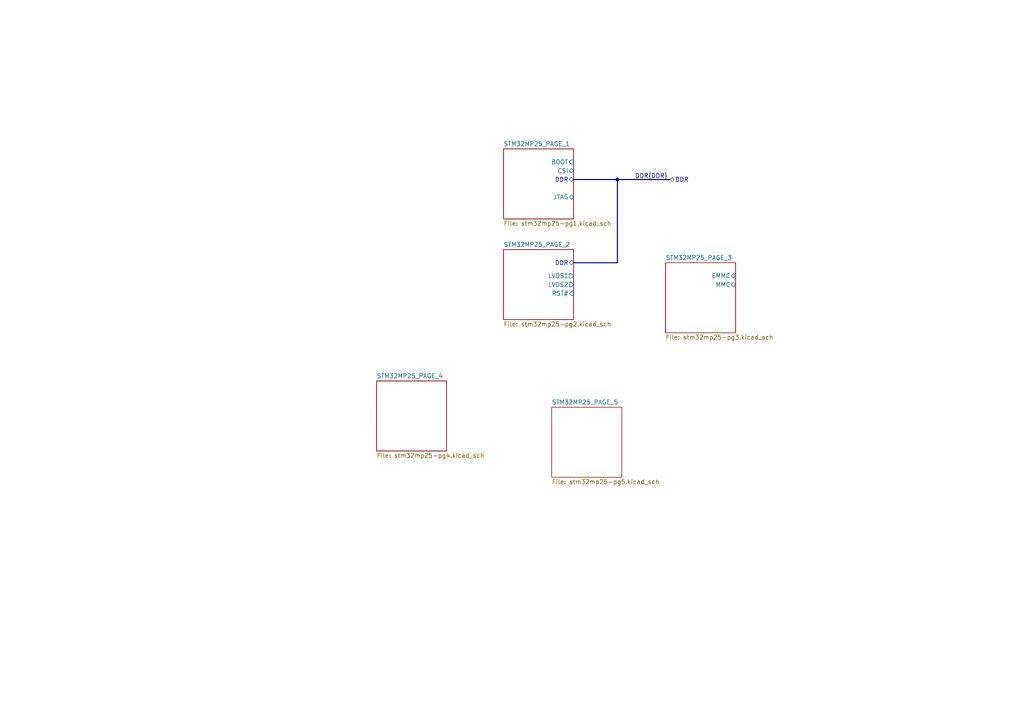
<source format=kicad_sch>
(kicad_sch
	(version 20250114)
	(generator "eeschema")
	(generator_version "9.0")
	(uuid "813e526e-e1d2-4e9c-a6a0-fffaeafa7567")
	(paper "A4")
	(lib_symbols)
	(junction
		(at 179.07 52.07)
		(diameter 0)
		(color 0 0 0 0)
		(uuid "76863707-f52c-465a-8163-6c84bd69a9a6")
	)
	(bus
		(pts
			(xy 179.07 52.07) (xy 194.31 52.07)
		)
		(stroke
			(width 0)
			(type default)
		)
		(uuid "10aa1a12-3f87-4668-ba7d-087a01a4b8f9")
	)
	(bus
		(pts
			(xy 179.07 76.2) (xy 179.07 52.07)
		)
		(stroke
			(width 0)
			(type default)
		)
		(uuid "2696d703-8b78-4dd1-be55-c275a4dc88cd")
	)
	(bus
		(pts
			(xy 179.07 52.07) (xy 166.37 52.07)
		)
		(stroke
			(width 0)
			(type default)
		)
		(uuid "777e8a10-d408-4ff4-aa3f-d588c5c4739d")
	)
	(bus
		(pts
			(xy 166.37 76.2) (xy 179.07 76.2)
		)
		(stroke
			(width 0)
			(type default)
		)
		(uuid "78c66ca9-7c7f-4932-a829-459ac0aa50ed")
	)
	(label "DDR{DDR}"
		(at 184.15 52.07 0)
		(effects
			(font
				(size 1.27 1.27)
			)
			(justify left bottom)
		)
		(uuid "2333d140-7361-4630-a47a-a66d65ce4455")
	)
	(hierarchical_label "DDR"
		(shape bidirectional)
		(at 194.31 52.07 0)
		(effects
			(font
				(size 1.27 1.27)
			)
			(justify left)
		)
		(uuid "bc593663-fa09-4d79-94bf-11a75db63090")
	)
	(sheet
		(at 146.05 72.39)
		(size 20.32 20.32)
		(exclude_from_sim no)
		(in_bom yes)
		(on_board yes)
		(dnp no)
		(fields_autoplaced yes)
		(stroke
			(width 0.1524)
			(type solid)
		)
		(fill
			(color 0 0 0 0.0000)
		)
		(uuid "1466080c-8503-4dd6-a323-678d871ef6d8")
		(property "Sheetname" "STM32MP25_PAGE_2"
			(at 146.05 71.6784 0)
			(effects
				(font
					(size 1.27 1.27)
				)
				(justify left bottom)
			)
		)
		(property "Sheetfile" "stm32mp25-pg2.kicad_sch"
			(at 146.05 93.2946 0)
			(effects
				(font
					(size 1.27 1.27)
				)
				(justify left top)
			)
		)
		(pin "DDR" bidirectional
			(at 166.37 76.2 0)
			(uuid "1929550a-4fed-43bb-a133-5c737d63eb62")
			(effects
				(font
					(size 1.27 1.27)
				)
				(justify right)
			)
		)
		(pin "LVDS1" output
			(at 166.37 80.01 0)
			(uuid "ae2f66e4-db1f-4833-b48f-2a9df39377c6")
			(effects
				(font
					(size 1.27 1.27)
				)
				(justify right)
			)
		)
		(pin "LVDS2" output
			(at 166.37 82.55 0)
			(uuid "348f290c-4945-4ebd-824d-64f31d940390")
			(effects
				(font
					(size 1.27 1.27)
				)
				(justify right)
			)
		)
		(pin "RST#" input
			(at 166.37 85.09 0)
			(uuid "7b05694c-dfb9-476e-9dda-dd56044c50f2")
			(effects
				(font
					(size 1.27 1.27)
				)
				(justify right)
			)
		)
		(instances
			(project "stm32mp2-core"
				(path "/5f8e630b-79db-437a-bc04-3ab5a18328d4/aee8d34b-63ae-4bb6-b2c4-42243784d1c3"
					(page "4")
				)
			)
		)
	)
	(sheet
		(at 160.02 118.11)
		(size 20.32 20.32)
		(exclude_from_sim no)
		(in_bom yes)
		(on_board yes)
		(dnp no)
		(fields_autoplaced yes)
		(stroke
			(width 0.1524)
			(type solid)
		)
		(fill
			(color 0 0 0 0.0000)
		)
		(uuid "285d1398-6964-439f-a5a4-f735f6183f29")
		(property "Sheetname" "STM32MP25_PAGE_5"
			(at 160.02 117.3984 0)
			(effects
				(font
					(size 1.27 1.27)
				)
				(justify left bottom)
			)
		)
		(property "Sheetfile" "stm32mp25-pg5.kicad_sch"
			(at 160.02 139.0146 0)
			(effects
				(font
					(size 1.27 1.27)
				)
				(justify left top)
			)
		)
		(instances
			(project "stm32mp2-core"
				(path "/5f8e630b-79db-437a-bc04-3ab5a18328d4/aee8d34b-63ae-4bb6-b2c4-42243784d1c3"
					(page "7")
				)
			)
		)
	)
	(sheet
		(at 109.22 110.49)
		(size 20.32 20.32)
		(exclude_from_sim no)
		(in_bom yes)
		(on_board yes)
		(dnp no)
		(fields_autoplaced yes)
		(stroke
			(width 0.1524)
			(type solid)
		)
		(fill
			(color 0 0 0 0.0000)
		)
		(uuid "8c4d63f4-7158-4df7-ae5e-00b2ee9a1fe7")
		(property "Sheetname" "STM32MP25_PAGE_4"
			(at 109.22 109.7784 0)
			(effects
				(font
					(size 1.27 1.27)
				)
				(justify left bottom)
			)
		)
		(property "Sheetfile" "stm32mp25-pg4.kicad_sch"
			(at 109.22 131.3946 0)
			(effects
				(font
					(size 1.27 1.27)
				)
				(justify left top)
			)
		)
		(instances
			(project "stm32mp2-core"
				(path "/5f8e630b-79db-437a-bc04-3ab5a18328d4/aee8d34b-63ae-4bb6-b2c4-42243784d1c3"
					(page "6")
				)
			)
		)
	)
	(sheet
		(at 146.05 43.18)
		(size 20.32 20.32)
		(exclude_from_sim no)
		(in_bom yes)
		(on_board yes)
		(dnp no)
		(fields_autoplaced yes)
		(stroke
			(width 0.1524)
			(type solid)
		)
		(fill
			(color 0 0 0 0.0000)
		)
		(uuid "b9d62c7d-959a-4010-a4f6-400365d5d1c6")
		(property "Sheetname" "STM32MP25_PAGE_1"
			(at 146.05 42.4684 0)
			(effects
				(font
					(size 1.27 1.27)
				)
				(justify left bottom)
			)
		)
		(property "Sheetfile" "stm32mp25-pg1.kicad_sch"
			(at 146.05 64.0846 0)
			(effects
				(font
					(size 1.27 1.27)
				)
				(justify left top)
			)
		)
		(pin "BOOT" input
			(at 166.37 46.99 0)
			(uuid "2859ff62-474f-49d2-bf73-921843bd579b")
			(effects
				(font
					(size 1.27 1.27)
				)
				(justify right)
			)
		)
		(pin "CSI" bidirectional
			(at 166.37 49.53 0)
			(uuid "99be6bf5-2240-4778-a67d-16c16de4c0e9")
			(effects
				(font
					(size 1.27 1.27)
				)
				(justify right)
			)
		)
		(pin "DDR" bidirectional
			(at 166.37 52.07 0)
			(uuid "41ef2b1b-cfbe-435b-9140-ae3b8b85a919")
			(effects
				(font
					(size 1.27 1.27)
				)
				(justify right)
			)
		)
		(pin "JTAG" bidirectional
			(at 166.37 57.15 0)
			(uuid "8f7c34f1-0b0e-4f8b-b67b-11b802ceca19")
			(effects
				(font
					(size 1.27 1.27)
				)
				(justify right)
			)
		)
		(instances
			(project "stm32mp2-core"
				(path "/5f8e630b-79db-437a-bc04-3ab5a18328d4/aee8d34b-63ae-4bb6-b2c4-42243784d1c3"
					(page "3")
				)
			)
		)
	)
	(sheet
		(at 193.04 76.2)
		(size 20.32 20.32)
		(exclude_from_sim no)
		(in_bom yes)
		(on_board yes)
		(dnp no)
		(fields_autoplaced yes)
		(stroke
			(width 0.1524)
			(type solid)
		)
		(fill
			(color 0 0 0 0.0000)
		)
		(uuid "ed1afb4f-7e56-4dac-aada-8f494406b17a")
		(property "Sheetname" "STM32MP25_PAGE_3"
			(at 193.04 75.4884 0)
			(effects
				(font
					(size 1.27 1.27)
				)
				(justify left bottom)
			)
		)
		(property "Sheetfile" "stm32mp25-pg3.kicad_sch"
			(at 193.04 97.1046 0)
			(effects
				(font
					(size 1.27 1.27)
				)
				(justify left top)
			)
		)
		(pin "EMMC" bidirectional
			(at 213.36 80.01 0)
			(uuid "518a525b-6bc6-4c20-9d14-8d727d045afd")
			(effects
				(font
					(size 1.27 1.27)
				)
				(justify right)
			)
		)
		(pin "MMC" bidirectional
			(at 213.36 82.55 0)
			(uuid "255927f2-6c1a-4052-8bb0-21d63938d8e9")
			(effects
				(font
					(size 1.27 1.27)
				)
				(justify right)
			)
		)
		(instances
			(project "stm32mp2-core"
				(path "/5f8e630b-79db-437a-bc04-3ab5a18328d4/aee8d34b-63ae-4bb6-b2c4-42243784d1c3"
					(page "5")
				)
			)
		)
	)
)

</source>
